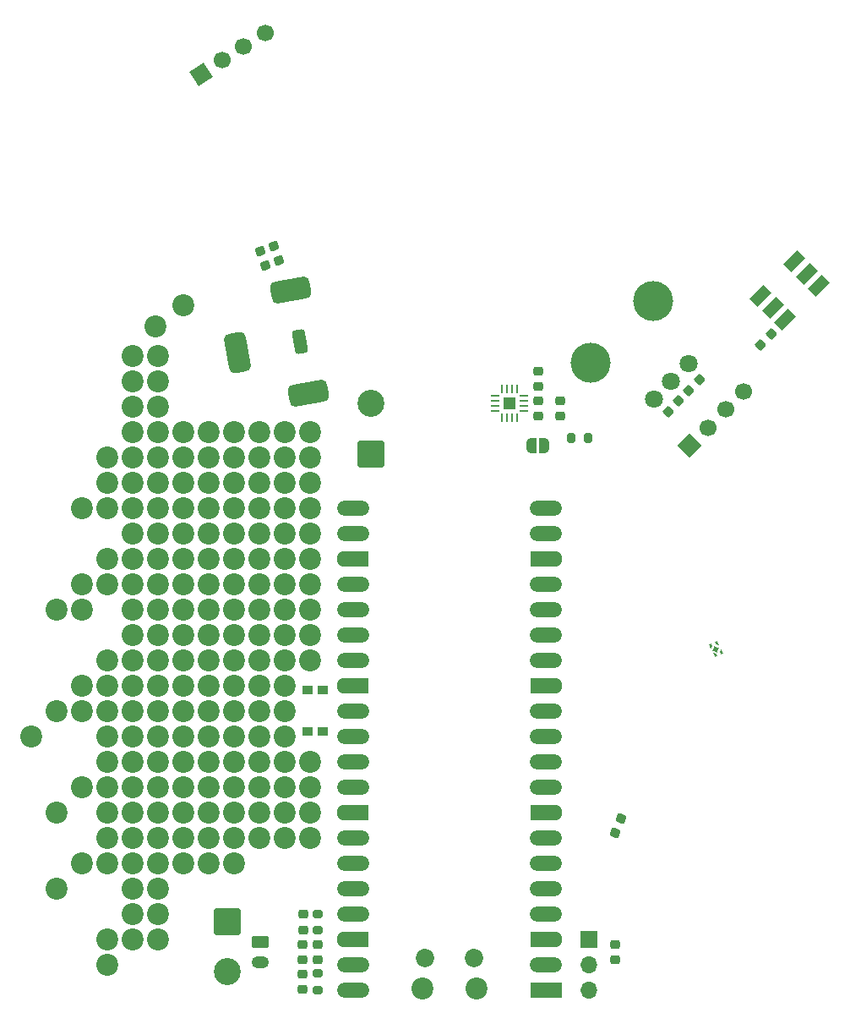
<source format=gbr>
%TF.GenerationSoftware,KiCad,Pcbnew,8.0.6*%
%TF.CreationDate,2024-11-07T16:30:57+01:00*%
%TF.ProjectId,SQUIM_v02,53515549-4d5f-4763-9032-2e6b69636164,rev?*%
%TF.SameCoordinates,Original*%
%TF.FileFunction,Soldermask,Top*%
%TF.FilePolarity,Negative*%
%FSLAX46Y46*%
G04 Gerber Fmt 4.6, Leading zero omitted, Abs format (unit mm)*
G04 Created by KiCad (PCBNEW 8.0.6) date 2024-11-07 16:30:57*
%MOMM*%
%LPD*%
G01*
G04 APERTURE LIST*
G04 Aperture macros list*
%AMRoundRect*
0 Rectangle with rounded corners*
0 $1 Rounding radius*
0 $2 $3 $4 $5 $6 $7 $8 $9 X,Y pos of 4 corners*
0 Add a 4 corners polygon primitive as box body*
4,1,4,$2,$3,$4,$5,$6,$7,$8,$9,$2,$3,0*
0 Add four circle primitives for the rounded corners*
1,1,$1+$1,$2,$3*
1,1,$1+$1,$4,$5*
1,1,$1+$1,$6,$7*
1,1,$1+$1,$8,$9*
0 Add four rect primitives between the rounded corners*
20,1,$1+$1,$2,$3,$4,$5,0*
20,1,$1+$1,$4,$5,$6,$7,0*
20,1,$1+$1,$6,$7,$8,$9,0*
20,1,$1+$1,$8,$9,$2,$3,0*%
%AMHorizOval*
0 Thick line with rounded ends*
0 $1 width*
0 $2 $3 position (X,Y) of the first rounded end (center of the circle)*
0 $4 $5 position (X,Y) of the second rounded end (center of the circle)*
0 Add line between two ends*
20,1,$1,$2,$3,$4,$5,0*
0 Add two circle primitives to create the rounded ends*
1,1,$1,$2,$3*
1,1,$1,$4,$5*%
%AMRotRect*
0 Rectangle, with rotation*
0 The origin of the aperture is its center*
0 $1 length*
0 $2 width*
0 $3 Rotation angle, in degrees counterclockwise*
0 Add horizontal line*
21,1,$1,$2,0,0,$3*%
%AMFreePoly0*
4,1,5,0.110000,-0.125000,-0.110000,-0.125000,-0.110000,0.125000,0.360000,0.125000,0.110000,-0.125000,0.110000,-0.125000,$1*%
%AMFreePoly1*
4,1,6,0.290000,-0.055000,0.290000,-0.125000,-0.110000,-0.125000,-0.110000,0.125000,0.110000,0.125000,0.290000,-0.055000,0.290000,-0.055000,$1*%
%AMFreePoly2*
4,1,7,0.110000,-0.125000,-0.110000,-0.125000,-0.290000,-0.125000,-0.290000,-0.055000,-0.110000,0.125000,0.110000,0.125000,0.110000,-0.125000,0.110000,-0.125000,$1*%
%AMFreePoly3*
4,1,6,0.110000,-0.125000,-0.110000,-0.125000,-0.290000,0.055000,-0.290000,0.125000,0.110000,0.125000,0.110000,-0.125000,0.110000,-0.125000,$1*%
%AMFreePoly4*
4,1,28,0.178017,0.779942,0.347107,0.720775,0.498792,0.625465,0.625465,0.498792,0.720775,0.347107,0.779942,0.178017,0.800000,0.000000,0.779942,-0.178017,0.720775,-0.347107,0.625465,-0.498792,0.498792,-0.625465,0.347107,-0.720775,0.178017,-0.779942,0.000000,-0.800000,-2.200000,-0.800000,-2.205014,-0.794986,-2.244504,-0.794986,-2.324698,-0.756366,-2.380194,-0.686777,-2.400000,-0.600000,
-2.400000,0.600000,-2.380194,0.686777,-2.324698,0.756366,-2.244504,0.794986,-2.205014,0.794986,-2.200000,0.800000,0.000000,0.800000,0.178017,0.779942,0.178017,0.779942,$1*%
%AMFreePoly5*
4,1,28,0.605014,0.794986,0.644504,0.794986,0.724698,0.756366,0.780194,0.686777,0.800000,0.600000,0.800000,-0.600000,0.780194,-0.686777,0.724698,-0.756366,0.644504,-0.794986,0.605014,-0.794986,0.600000,-0.800000,0.000000,-0.800000,-0.178017,-0.779942,-0.347107,-0.720775,-0.498792,-0.625465,-0.625465,-0.498792,-0.720775,-0.347107,-0.779942,-0.178017,-0.800000,0.000000,-0.779942,0.178017,
-0.720775,0.347107,-0.625465,0.498792,-0.498792,0.625465,-0.347107,0.720775,-0.178017,0.779942,0.000000,0.800000,0.600000,0.800000,0.605014,0.794986,0.605014,0.794986,$1*%
%AMFreePoly6*
4,1,29,0.605014,0.794986,0.644504,0.794986,0.724698,0.756366,0.780194,0.686777,0.800000,0.600000,0.800000,-0.600000,0.780194,-0.686777,0.724698,-0.756366,0.644504,-0.794986,0.605014,-0.794986,0.600000,-0.800000,0.000000,-0.800000,-1.600000,-0.800000,-1.778017,-0.779942,-1.947107,-0.720775,-2.098792,-0.625465,-2.225465,-0.498792,-2.320775,-0.347107,-2.379942,-0.178017,-2.400000,0.000000,
-2.379942,0.178017,-2.320775,0.347107,-2.225465,0.498792,-2.098792,0.625465,-1.947107,0.720775,-1.778017,0.779942,-1.600000,0.800000,0.600000,0.800000,0.605014,0.794986,0.605014,0.794986,$1*%
%AMFreePoly7*
4,1,28,0.178017,0.779942,0.347107,0.720775,0.498792,0.625465,0.625465,0.498792,0.720775,0.347107,0.779942,0.178017,0.800000,0.000000,0.779942,-0.178017,0.720775,-0.347107,0.625465,-0.498792,0.498792,-0.625465,0.347107,-0.720775,0.178017,-0.779942,0.000000,-0.800000,-0.600000,-0.800000,-0.605014,-0.794986,-0.644504,-0.794986,-0.724698,-0.756366,-0.780194,-0.686777,-0.800000,-0.600000,
-0.800000,0.600000,-0.780194,0.686777,-0.724698,0.756366,-0.644504,0.794986,-0.605014,0.794986,-0.600000,0.800000,0.000000,0.800000,0.178017,0.779942,0.178017,0.779942,$1*%
%AMFreePoly8*
4,1,29,1.778017,0.779942,1.947107,0.720775,2.098792,0.625465,2.225465,0.498792,2.320775,0.347107,2.379942,0.178017,2.400000,0.000000,2.379942,-0.178017,2.320775,-0.347107,2.225465,-0.498792,2.098792,-0.625465,1.947107,-0.720775,1.778017,-0.779942,1.600000,-0.800000,0.000000,-0.800000,-0.600000,-0.800000,-0.605014,-0.794986,-0.644504,-0.794986,-0.724698,-0.756366,-0.780194,-0.686777,
-0.800000,-0.600000,-0.800000,0.600000,-0.780194,0.686777,-0.724698,0.756366,-0.644504,0.794986,-0.605014,0.794986,-0.600000,0.800000,1.600000,0.800000,1.778017,0.779942,1.778017,0.779942,$1*%
%AMFreePoly9*
4,1,19,0.500000,-0.750000,0.000000,-0.750000,0.000000,-0.744911,-0.071157,-0.744911,-0.207708,-0.704816,-0.327430,-0.627875,-0.420627,-0.520320,-0.479746,-0.390866,-0.500000,-0.250000,-0.500000,0.250000,-0.479746,0.390866,-0.420627,0.520320,-0.327430,0.627875,-0.207708,0.704816,-0.071157,0.744911,0.000000,0.744911,0.000000,0.750000,0.500000,0.750000,0.500000,-0.750000,0.500000,-0.750000,
$1*%
%AMFreePoly10*
4,1,19,0.000000,0.744911,0.071157,0.744911,0.207708,0.704816,0.327430,0.627875,0.420627,0.520320,0.479746,0.390866,0.500000,0.250000,0.500000,-0.250000,0.479746,-0.390866,0.420627,-0.520320,0.327430,-0.627875,0.207708,-0.704816,0.071157,-0.744911,0.000000,-0.744911,0.000000,-0.750000,-0.500000,-0.750000,-0.500000,0.750000,0.000000,0.750000,0.000000,0.744911,0.000000,0.744911,
$1*%
G04 Aperture macros list end*
%ADD10C,2.200000*%
%ADD11RoundRect,0.200000X0.200000X0.275000X-0.200000X0.275000X-0.200000X-0.275000X0.200000X-0.275000X0*%
%ADD12RoundRect,0.250000X-0.625000X0.350000X-0.625000X-0.350000X0.625000X-0.350000X0.625000X0.350000X0*%
%ADD13O,1.750000X1.200000*%
%ADD14RoundRect,0.225000X0.017678X-0.335876X0.335876X-0.017678X-0.017678X0.335876X-0.335876X0.017678X0*%
%ADD15RoundRect,0.200000X0.275000X-0.200000X0.275000X0.200000X-0.275000X0.200000X-0.275000X-0.200000X0*%
%ADD16RoundRect,0.325000X0.472005X-0.805271X0.168120X0.918142X-0.472005X0.805271X-0.168120X-0.918142X0*%
%ADD17RoundRect,0.550000X-1.332465X-0.793434X1.523478X-0.289854X1.332465X0.793434X-1.523478X0.289854X0*%
%ADD18RoundRect,0.550000X0.793434X-1.332465X0.289854X1.523478X-0.793434X1.332465X-0.289854X-1.523478X0*%
%ADD19RoundRect,0.200000X-0.275000X0.200000X-0.275000X-0.200000X0.275000X-0.200000X0.275000X0.200000X0*%
%ADD20RoundRect,0.225000X-0.250000X0.225000X-0.250000X-0.225000X0.250000X-0.225000X0.250000X0.225000X0*%
%ADD21RoundRect,0.225000X0.314028X-0.120464X0.152762X0.299648X-0.314028X0.120464X-0.152762X-0.299648X0*%
%ADD22RotRect,1.700000X1.700000X135.000000*%
%ADD23HorizOval,1.700000X0.000000X0.000000X0.000000X0.000000X0*%
%ADD24FreePoly0,294.000000*%
%ADD25FreePoly1,294.000000*%
%ADD26FreePoly2,294.000000*%
%ADD27FreePoly3,294.000000*%
%ADD28RotRect,0.480000X0.480000X339.000000*%
%ADD29RoundRect,0.225000X0.250000X-0.225000X0.250000X0.225000X-0.250000X0.225000X-0.250000X-0.225000X0*%
%ADD30R,1.000000X0.900000*%
%ADD31C,4.000000*%
%ADD32C,1.800000*%
%ADD33RoundRect,0.250001X1.099999X-1.099999X1.099999X1.099999X-1.099999X1.099999X-1.099999X-1.099999X0*%
%ADD34C,2.700000*%
%ADD35RoundRect,0.218750X0.256250X-0.218750X0.256250X0.218750X-0.256250X0.218750X-0.256250X-0.218750X0*%
%ADD36RoundRect,0.250001X-1.099999X1.099999X-1.099999X-1.099999X1.099999X-1.099999X1.099999X1.099999X0*%
%ADD37C,1.850000*%
%ADD38RoundRect,0.200000X0.600000X0.600000X-0.600000X0.600000X-0.600000X-0.600000X0.600000X-0.600000X0*%
%ADD39FreePoly4,180.000000*%
%ADD40C,1.600000*%
%ADD41RoundRect,0.800000X0.800000X0.000010X-0.800000X0.000010X-0.800000X-0.000010X0.800000X-0.000010X0*%
%ADD42FreePoly5,180.000000*%
%ADD43FreePoly6,180.000000*%
%ADD44FreePoly7,180.000000*%
%ADD45FreePoly8,180.000000*%
%ADD46RotRect,1.700000X1.700000X303.000000*%
%ADD47C,1.700000*%
%ADD48FreePoly9,180.000000*%
%ADD49FreePoly10,180.000000*%
%ADD50R,1.700000X1.700000*%
%ADD51O,1.700000X1.700000*%
%ADD52RoundRect,0.062500X0.062500X-0.350000X0.062500X0.350000X-0.062500X0.350000X-0.062500X-0.350000X0*%
%ADD53RoundRect,0.062500X0.350000X-0.062500X0.350000X0.062500X-0.350000X0.062500X-0.350000X-0.062500X0*%
%ADD54R,1.230000X1.230000*%
%ADD55RoundRect,0.225000X-0.142212X0.304796X-0.318041X-0.109431X0.142212X-0.304796X0.318041X0.109431X0*%
%ADD56RotRect,1.100000X2.000000X135.000000*%
G04 APERTURE END LIST*
D10*
%TO.C,*%
X115540228Y-100639994D03*
%TD*%
%TO.C,*%
X115540228Y-103179994D03*
%TD*%
%TO.C,*%
X115540228Y-108259994D03*
%TD*%
%TO.C,*%
X115540228Y-110799994D03*
%TD*%
%TO.C,*%
X115540228Y-105719994D03*
%TD*%
%TO.C,*%
X115540228Y-113339994D03*
%TD*%
%TO.C,*%
X115540228Y-118419994D03*
%TD*%
%TO.C,*%
X115540228Y-120959994D03*
%TD*%
%TO.C,*%
X115540228Y-115879994D03*
%TD*%
%TO.C,*%
X115540228Y-123499994D03*
%TD*%
%TO.C,*%
X115540228Y-128579994D03*
%TD*%
%TO.C,*%
X115540228Y-131119994D03*
%TD*%
%TO.C,*%
X115540228Y-126039994D03*
%TD*%
%TO.C,*%
X115540228Y-133659994D03*
%TD*%
%TO.C,*%
X115540228Y-136199994D03*
%TD*%
%TO.C,*%
X115540228Y-138739994D03*
%TD*%
%TO.C,*%
X115540228Y-141279994D03*
%TD*%
D11*
%TO.C,R3*%
X156085228Y-101269994D03*
X154435228Y-101269994D03*
%TD*%
D12*
%TO.C,J7*%
X123210228Y-151719994D03*
D13*
X123210228Y-153719994D03*
%TD*%
D10*
%TO.C,*%
X113000228Y-100639994D03*
%TD*%
%TO.C,*%
X118080228Y-115879994D03*
%TD*%
%TO.C,*%
X123160228Y-138739994D03*
%TD*%
%TO.C,*%
X125700228Y-100639994D03*
%TD*%
D14*
%TO.C,C11*%
X166201992Y-96498008D03*
X167298008Y-95401992D03*
%TD*%
D10*
%TO.C,*%
X120620228Y-131119994D03*
%TD*%
%TO.C,*%
X118080228Y-131119994D03*
%TD*%
%TO.C,*%
X128240228Y-133659994D03*
%TD*%
%TO.C,*%
X123160228Y-120959994D03*
%TD*%
D15*
%TO.C,R1*%
X129005228Y-156519994D03*
X129005228Y-154869994D03*
%TD*%
D14*
%TO.C,C12*%
X164101992Y-98598008D03*
X165198008Y-97501992D03*
%TD*%
D10*
%TO.C,*%
X113000228Y-95559994D03*
%TD*%
%TO.C,*%
X113000228Y-141279994D03*
%TD*%
D16*
%TO.C,J2*%
X127192625Y-91613369D03*
D17*
X126280972Y-86443128D03*
D18*
X120988336Y-92707352D03*
D17*
X128104278Y-96783610D03*
%TD*%
D10*
%TO.C,*%
X107920228Y-108259994D03*
%TD*%
%TO.C,*%
X105380228Y-118419994D03*
%TD*%
D19*
%TO.C,R2*%
X129030228Y-148894994D03*
X129030228Y-150544994D03*
%TD*%
D10*
%TO.C,*%
X115540228Y-87939994D03*
%TD*%
%TO.C,*%
X125700228Y-115879994D03*
%TD*%
%TO.C,*%
X110460228Y-138739994D03*
%TD*%
%TO.C,*%
X120620228Y-136199994D03*
%TD*%
%TO.C,*%
X128240228Y-103179994D03*
%TD*%
D20*
%TO.C,C9*%
X153330228Y-97544994D03*
X153330228Y-99094994D03*
%TD*%
D10*
%TO.C,*%
X118080228Y-100639994D03*
%TD*%
%TO.C,*%
X110460228Y-123499994D03*
%TD*%
D21*
%TO.C,C7*%
X123777735Y-84023525D03*
X123222265Y-82576475D03*
%TD*%
D22*
%TO.C,J6*%
X166300000Y-102000000D03*
D23*
X168096051Y-100203949D03*
X169892102Y-98407898D03*
X171688154Y-96611846D03*
%TD*%
D10*
%TO.C,*%
X110460228Y-131119994D03*
%TD*%
%TO.C,*%
X125700228Y-123499994D03*
%TD*%
%TO.C,*%
X113000228Y-108259994D03*
%TD*%
%TO.C,*%
X110460228Y-93019994D03*
%TD*%
%TO.C,*%
X125700228Y-136199994D03*
%TD*%
%TO.C,*%
X113000228Y-133659994D03*
%TD*%
%TO.C,*%
X110460228Y-143819994D03*
%TD*%
%TO.C,*%
X107920228Y-136199994D03*
%TD*%
%TO.C,*%
X107920228Y-126039994D03*
%TD*%
%TO.C,*%
X123160228Y-131119994D03*
%TD*%
%TO.C,*%
X110460228Y-108259994D03*
%TD*%
%TO.C,*%
X102840228Y-128579994D03*
%TD*%
D24*
%TO.C,U3*%
X168997492Y-121769490D03*
D25*
X168403688Y-122033869D03*
D26*
X168842964Y-123020498D03*
D27*
X169436768Y-122756119D03*
D28*
X168920228Y-122394994D03*
%TD*%
D10*
%TO.C,*%
X123160228Y-136199994D03*
%TD*%
%TO.C,*%
X113000228Y-143819994D03*
%TD*%
D29*
%TO.C,C8*%
X158800000Y-153494994D03*
X158800000Y-151944994D03*
%TD*%
D10*
%TO.C,*%
X113000228Y-136199994D03*
%TD*%
%TO.C,*%
X125700228Y-118419994D03*
%TD*%
D30*
%TO.C,SW1*%
X127948228Y-130604994D03*
X127948228Y-126504994D03*
X129548228Y-130604994D03*
X129548228Y-126504994D03*
%TD*%
D10*
%TO.C,*%
X120620228Y-126039994D03*
%TD*%
%TO.C,*%
X100300228Y-131119994D03*
%TD*%
%TO.C,*%
X113000228Y-120959994D03*
%TD*%
%TO.C,*%
X107920228Y-113339994D03*
%TD*%
%TO.C,*%
X113000228Y-151439994D03*
%TD*%
%TO.C,*%
X110460228Y-120959994D03*
%TD*%
%TO.C,*%
X107920228Y-153979994D03*
%TD*%
%TO.C,*%
X110460228Y-148899994D03*
%TD*%
%TO.C,*%
X125700228Y-108259994D03*
%TD*%
%TO.C,*%
X128240228Y-115879994D03*
%TD*%
%TO.C,*%
X123160228Y-105719994D03*
%TD*%
D29*
%TO.C,C2*%
X151080228Y-96094994D03*
X151080228Y-94544994D03*
%TD*%
D10*
%TO.C,*%
X120620228Y-123499994D03*
%TD*%
%TO.C,*%
X118080228Y-118419994D03*
%TD*%
%TO.C,*%
X113000228Y-118419994D03*
%TD*%
%TO.C,*%
X125700228Y-103179994D03*
%TD*%
D31*
%TO.C,RV1*%
X156371216Y-93729289D03*
X162593755Y-87506750D03*
D32*
X166200000Y-93800000D03*
X164432233Y-95567767D03*
X162664466Y-97335534D03*
%TD*%
D10*
%TO.C,*%
X125700228Y-128579994D03*
%TD*%
%TO.C,*%
X123160228Y-108259994D03*
%TD*%
%TO.C,*%
X107920228Y-138739994D03*
%TD*%
%TO.C,*%
X128240228Y-123499994D03*
%TD*%
%TO.C,*%
X105380228Y-115879994D03*
%TD*%
%TO.C,*%
X125700228Y-133659994D03*
%TD*%
%TO.C,*%
X128240228Y-113339994D03*
%TD*%
%TO.C,*%
X120620228Y-118419994D03*
%TD*%
%TO.C,*%
X120620228Y-143819994D03*
%TD*%
%TO.C,*%
X110460228Y-115879994D03*
%TD*%
%TO.C,*%
X120620228Y-138739994D03*
%TD*%
%TO.C,*%
X118080228Y-141279994D03*
%TD*%
%TO.C,*%
X105380228Y-128579994D03*
%TD*%
%TO.C,*%
X118080228Y-113339994D03*
%TD*%
%TO.C,*%
X118080228Y-108259994D03*
%TD*%
D29*
%TO.C,C3*%
X129005228Y-153494994D03*
X129005228Y-151944994D03*
%TD*%
D10*
%TO.C,*%
X102840228Y-146359994D03*
%TD*%
%TO.C,*%
X113000228Y-113339994D03*
%TD*%
%TO.C,*%
X113000228Y-146359994D03*
%TD*%
%TO.C,*%
X107920228Y-115879994D03*
%TD*%
%TO.C,*%
X123160228Y-115879994D03*
%TD*%
%TO.C,*%
X123160228Y-103179994D03*
%TD*%
%TO.C,*%
X120620228Y-108259994D03*
%TD*%
%TO.C,*%
X125700228Y-110799994D03*
%TD*%
%TO.C,*%
X128240228Y-110799994D03*
%TD*%
D33*
%TO.C,J3*%
X134350000Y-102827500D03*
D34*
X134350000Y-97827500D03*
%TD*%
D10*
%TO.C,*%
X125700228Y-105719994D03*
%TD*%
%TO.C,*%
X110460228Y-128579994D03*
%TD*%
%TO.C,*%
X120620228Y-100639994D03*
%TD*%
%TO.C,*%
X123160228Y-100639994D03*
%TD*%
%TO.C,*%
X102840228Y-138739994D03*
%TD*%
%TO.C,*%
X118080228Y-103179994D03*
%TD*%
%TO.C,*%
X110460228Y-126039994D03*
%TD*%
%TO.C,*%
X120620228Y-133659994D03*
%TD*%
%TO.C,*%
X115540228Y-143819994D03*
%TD*%
%TO.C,*%
X118080228Y-136199994D03*
%TD*%
%TO.C,*%
X123160228Y-123499994D03*
%TD*%
%TO.C,*%
X128240228Y-105719994D03*
%TD*%
%TO.C,*%
X125700228Y-131119994D03*
%TD*%
%TO.C,*%
X125700228Y-141279994D03*
%TD*%
%TO.C,*%
X128240228Y-138739994D03*
%TD*%
%TO.C,*%
X110460228Y-136199994D03*
%TD*%
%TO.C,*%
X120620228Y-141279994D03*
%TD*%
%TO.C,*%
X128240228Y-118419994D03*
%TD*%
%TO.C,*%
X123160228Y-113339994D03*
%TD*%
%TO.C,*%
X128240228Y-108259994D03*
%TD*%
%TO.C,*%
X118080228Y-105719994D03*
%TD*%
%TO.C,*%
X110460228Y-95559994D03*
%TD*%
%TO.C,*%
X110460228Y-146359994D03*
%TD*%
D21*
%TO.C,C10*%
X125150000Y-83500000D03*
X124594530Y-82052950D03*
%TD*%
D10*
%TO.C,*%
X110460228Y-110799994D03*
%TD*%
%TO.C,*%
X128240228Y-141279994D03*
%TD*%
D14*
%TO.C,C5*%
X173351992Y-91948008D03*
X174448008Y-90851992D03*
%TD*%
D10*
%TO.C,*%
X113000228Y-138739994D03*
%TD*%
%TO.C,*%
X120620228Y-120959994D03*
%TD*%
%TO.C,*%
X107920228Y-151439994D03*
%TD*%
%TO.C,*%
X120620228Y-115879994D03*
%TD*%
%TO.C,*%
X120620228Y-113339994D03*
%TD*%
D35*
%TO.C,D10*%
X127530228Y-150507494D03*
X127530228Y-148932494D03*
%TD*%
D10*
%TO.C,*%
X128240228Y-120959994D03*
%TD*%
D35*
%TO.C,D9*%
X127505228Y-156482494D03*
X127505228Y-154907494D03*
%TD*%
D10*
%TO.C,*%
X118080228Y-120959994D03*
%TD*%
%TO.C,*%
X120620228Y-105719994D03*
%TD*%
%TO.C,*%
X125700228Y-138739994D03*
%TD*%
%TO.C,*%
X107920228Y-105719994D03*
%TD*%
D36*
%TO.C,J5*%
X119930228Y-149719994D03*
D34*
X119930228Y-154719994D03*
%TD*%
D10*
%TO.C,*%
X110460228Y-151439994D03*
%TD*%
%TO.C,*%
X123160228Y-141279994D03*
%TD*%
%TO.C,*%
X105380228Y-143819994D03*
%TD*%
%TO.C,*%
X110460228Y-103179994D03*
%TD*%
%TO.C,*%
X128240228Y-136199994D03*
%TD*%
%TO.C,*%
X110460228Y-141279994D03*
%TD*%
%TO.C,*%
X107920228Y-141279994D03*
%TD*%
%TO.C,*%
X113000228Y-123499994D03*
%TD*%
%TO.C,*%
X110460228Y-133659994D03*
%TD*%
%TO.C,U1*%
X144935228Y-156389994D03*
D37*
X144635228Y-153359994D03*
X139785228Y-153359994D03*
D10*
X139485228Y-156389994D03*
D38*
X151100228Y-156519994D03*
D39*
X151100228Y-156519994D03*
D40*
X151100228Y-153979994D03*
D41*
X151900228Y-153979994D03*
D42*
X151100228Y-151439994D03*
D43*
X151100228Y-151439994D03*
D40*
X151100228Y-148899994D03*
D41*
X151900228Y-148899994D03*
D40*
X151100228Y-146359994D03*
D41*
X151900228Y-146359994D03*
D40*
X151100228Y-143819994D03*
D41*
X151900228Y-143819994D03*
D40*
X151100228Y-141279994D03*
D41*
X151900228Y-141279994D03*
D42*
X151100228Y-138739994D03*
D43*
X151100228Y-138739994D03*
D40*
X151100228Y-136199994D03*
D41*
X151900228Y-136199994D03*
D40*
X151100228Y-133659994D03*
D41*
X151900228Y-133659994D03*
D40*
X151100228Y-131119994D03*
D41*
X151900228Y-131119994D03*
D40*
X151100228Y-128579994D03*
D41*
X151900228Y-128579994D03*
D42*
X151100228Y-126039994D03*
D43*
X151100228Y-126039994D03*
D40*
X151100228Y-123499994D03*
D41*
X151900228Y-123499994D03*
D40*
X151100228Y-120959994D03*
D41*
X151900228Y-120959994D03*
D40*
X151100228Y-118419994D03*
D41*
X151900228Y-118419994D03*
D40*
X151100228Y-115879994D03*
D41*
X151900228Y-115879994D03*
D42*
X151100228Y-113339994D03*
D43*
X151100228Y-113339994D03*
D40*
X151100228Y-110799994D03*
D41*
X151900228Y-110799994D03*
D40*
X151100228Y-108259994D03*
D41*
X151900228Y-108259994D03*
D40*
X133320228Y-108259994D03*
D41*
X132520228Y-108259994D03*
D40*
X133320228Y-110799994D03*
D41*
X132520228Y-110799994D03*
D44*
X133320228Y-113339994D03*
D45*
X133320228Y-113339994D03*
D40*
X133320228Y-115879994D03*
D41*
X132520228Y-115879994D03*
D40*
X133320228Y-118419994D03*
D41*
X132520228Y-118419994D03*
D40*
X133320228Y-120959994D03*
D41*
X132520228Y-120959994D03*
D40*
X133320228Y-123499994D03*
D41*
X132520228Y-123499994D03*
D44*
X133320228Y-126039994D03*
D45*
X133320228Y-126039994D03*
D40*
X133320228Y-128579994D03*
D41*
X132520228Y-128579994D03*
D40*
X133320228Y-131119994D03*
D41*
X132520228Y-131119994D03*
D40*
X133320228Y-133659994D03*
D41*
X132520228Y-133659994D03*
D40*
X133320228Y-136199994D03*
D41*
X132520228Y-136199994D03*
D44*
X133320228Y-138739994D03*
D45*
X133320228Y-138739994D03*
D40*
X133320228Y-141279994D03*
D41*
X132520228Y-141279994D03*
D40*
X133320228Y-143819994D03*
D41*
X132520228Y-143819994D03*
D40*
X133320228Y-146359994D03*
D41*
X132520228Y-146359994D03*
D40*
X133320228Y-148899994D03*
D41*
X132520228Y-148899994D03*
D44*
X133320228Y-151439994D03*
D45*
X133320228Y-151439994D03*
D40*
X133320228Y-153979994D03*
D41*
X132520228Y-153979994D03*
D40*
X133320228Y-156519994D03*
D41*
X132520228Y-156519994D03*
%TD*%
D10*
%TO.C,*%
X102840228Y-118419994D03*
%TD*%
D46*
%TO.C,J4*%
X117333483Y-64813512D03*
D47*
X119463706Y-63430129D03*
X121593930Y-62046746D03*
X123724153Y-60663363D03*
%TD*%
D10*
%TO.C,*%
X110460228Y-100639994D03*
%TD*%
%TO.C,*%
X110460228Y-118419994D03*
%TD*%
%TO.C,*%
X113000228Y-110799994D03*
%TD*%
%TO.C,*%
X107920228Y-133659994D03*
%TD*%
%TO.C,*%
X113000228Y-131119994D03*
%TD*%
%TO.C,*%
X113000228Y-126039994D03*
%TD*%
D48*
%TO.C,JP2*%
X151705228Y-102044994D03*
D49*
X150405228Y-102044994D03*
%TD*%
D10*
%TO.C,*%
X123160228Y-133659994D03*
%TD*%
%TO.C,*%
X113000228Y-98099994D03*
%TD*%
%TO.C,*%
X107920228Y-131119994D03*
%TD*%
D50*
%TO.C,J1*%
X156180228Y-151439994D03*
D51*
X156180228Y-153979994D03*
X156180228Y-156519994D03*
%TD*%
D10*
%TO.C,*%
X113000228Y-128579994D03*
%TD*%
%TO.C,*%
X125700228Y-120959994D03*
%TD*%
%TO.C,*%
X118080228Y-126039994D03*
%TD*%
D52*
%TO.C,U2*%
X147500228Y-99227494D03*
X148000228Y-99227494D03*
X148500228Y-99227494D03*
X149000228Y-99227494D03*
D53*
X149687728Y-98539994D03*
X149687728Y-98039994D03*
X149687728Y-97539994D03*
X149687728Y-97039994D03*
D52*
X149000228Y-96352494D03*
X148500228Y-96352494D03*
X148000228Y-96352494D03*
X147500228Y-96352494D03*
D53*
X146812728Y-97039994D03*
X146812728Y-97539994D03*
X146812728Y-98039994D03*
X146812728Y-98539994D03*
D54*
X148250228Y-97789994D03*
%TD*%
D10*
%TO.C,*%
X105380228Y-108259994D03*
%TD*%
%TO.C,*%
X110460228Y-98099994D03*
%TD*%
%TO.C,*%
X110460228Y-113339994D03*
%TD*%
%TO.C,*%
X110460228Y-105719994D03*
%TD*%
%TO.C,*%
X107920228Y-103179994D03*
%TD*%
%TO.C,*%
X113000228Y-93019994D03*
%TD*%
D29*
%TO.C,C4*%
X127505228Y-153494994D03*
X127505228Y-151944994D03*
%TD*%
D10*
%TO.C,*%
X113000228Y-115879994D03*
%TD*%
%TO.C,*%
X118080228Y-133659994D03*
%TD*%
%TO.C,*%
X123160228Y-110799994D03*
%TD*%
%TO.C,*%
X123160228Y-118419994D03*
%TD*%
%TO.C,*%
X107920228Y-143819994D03*
%TD*%
%TO.C,*%
X113000228Y-148899994D03*
%TD*%
%TO.C,*%
X113000228Y-105719994D03*
%TD*%
%TO.C,*%
X105380228Y-126039994D03*
%TD*%
%TO.C,*%
X107920228Y-123499994D03*
%TD*%
%TO.C,*%
X112748468Y-90067425D03*
%TD*%
%TO.C,*%
X125700228Y-113339994D03*
%TD*%
%TO.C,*%
X118080228Y-138739994D03*
%TD*%
D55*
%TO.C,C6*%
X159402817Y-139386609D03*
X158797183Y-140813391D03*
%TD*%
D10*
%TO.C,*%
X118080228Y-128579994D03*
%TD*%
%TO.C,*%
X123160228Y-126039994D03*
%TD*%
%TO.C,*%
X105380228Y-136199994D03*
%TD*%
%TO.C,*%
X118080228Y-143819994D03*
%TD*%
%TO.C,*%
X113000228Y-103179994D03*
%TD*%
%TO.C,*%
X120620228Y-110799994D03*
%TD*%
%TO.C,*%
X118080228Y-110799994D03*
%TD*%
%TO.C,*%
X120620228Y-103179994D03*
%TD*%
%TO.C,*%
X128240228Y-100639994D03*
%TD*%
D56*
%TO.C,D1*%
X173400862Y-86994975D03*
X174602944Y-88197056D03*
X175805025Y-89399138D03*
X179199138Y-86005025D03*
X177997056Y-84802944D03*
X176794975Y-83600862D03*
%TD*%
D10*
%TO.C,*%
X123160228Y-128579994D03*
%TD*%
%TO.C,*%
X107920228Y-128579994D03*
%TD*%
D20*
%TO.C,C1*%
X151080228Y-97544994D03*
X151080228Y-99094994D03*
%TD*%
D10*
%TO.C,*%
X120620228Y-128579994D03*
%TD*%
%TO.C,*%
X125700228Y-126039994D03*
%TD*%
%TO.C,*%
X118080228Y-123499994D03*
%TD*%
M02*

</source>
